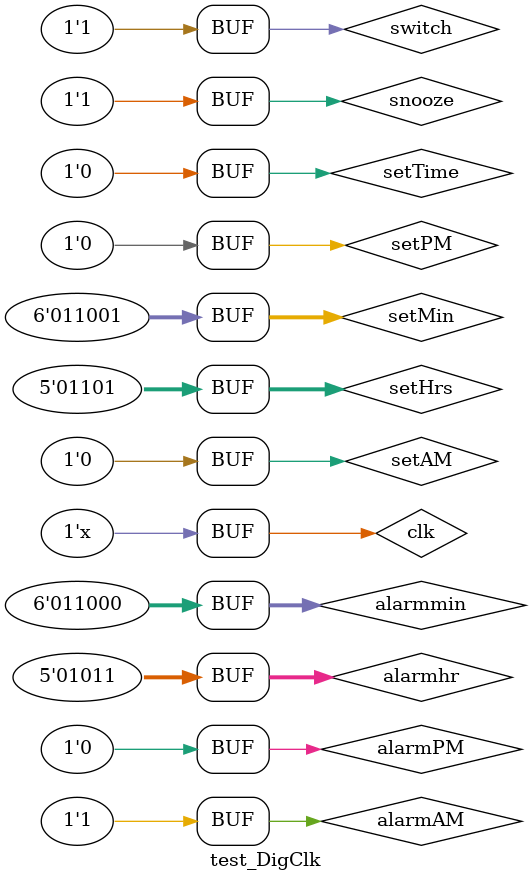
<source format=v>
`timescale 1s / 1s
module test_DigClk;

reg clk; //Clock is input
reg switch; //Input for 12- or 24-hour

//Set time
reg[5:0] setMin;
reg[4:0] setHrs;
reg [5:0]alarmmin;
reg [4:0]alarmhr;
reg snooze;
reg alarmPM,alarmAM;
reg setAM,setPM,setTime;

//Output clock
wire[5:0] min;
wire[4:0] hrs;
wire AM;
wire PM;

//Instantiate in Unit Under Test
Advanced_DigitalClock_2 uut (
.AM(AM),
.PM(PM),
.min(min),
.hrs(hrs),
.clk(clk),
.switch(switch),
.setAM(setAM),
.setPM(setPM),
.setMin(setMin),
.setHrs(setHrs),
.setTime(setTime),
.alarmhr(alarmhr),
.alarmmin(alarmmin),.alarmPM(alarmPM),.alarmAM(alarmAM),.snooze(snooze));

initial begin
clk = 0; switch = 0; //Clock is initially 24-hour
alarmmin = 6'd24; alarmhr = 5'd11; alarmPM =1'b0; alarmAM =1'b1;
snooze = 1'b1;
#201 setTime = 1; setMin = 6'b011001; setHrs = 5'b01101; setAM = 0; setPM = 0;
#1 setTime = 0;
#100.5 switch = 1;
end
 
always #0.5 clk = ~clk; //Every .5 second toggle clock

endmodule

</source>
